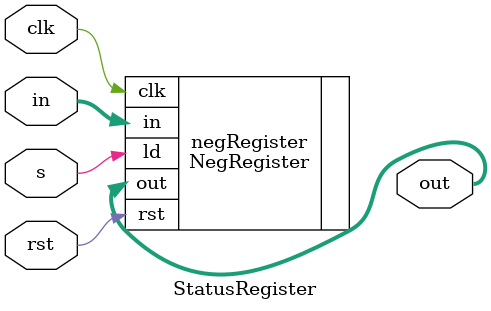
<source format=v>
module StatusRegister(clk,
                      rst,
                      s,
                      in,
                      out);
    
    input clk, rst;
    input s;
    input[3:0] in;
    output[3:0] out;
    
    
    NegRegister #(4) negRegister (
    .clk(clk),
    .rst(rst),
    .ld(s),
    .in(in),
    .out(out)
    );
    
endmodule

</source>
